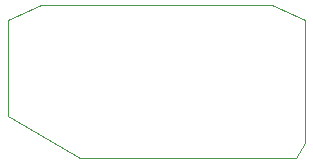
<source format=gbr>
%TF.GenerationSoftware,KiCad,Pcbnew,(6.0.0)*%
%TF.CreationDate,2022-07-25T11:20:30-04:00*%
%TF.ProjectId,dual_model_u,6475616c-5f6d-46f6-9465-6c5f752e6b69,rev?*%
%TF.SameCoordinates,Original*%
%TF.FileFunction,Profile,NP*%
%FSLAX46Y46*%
G04 Gerber Fmt 4.6, Leading zero omitted, Abs format (unit mm)*
G04 Created by KiCad (PCBNEW (6.0.0)) date 2022-07-25 11:20:30*
%MOMM*%
%LPD*%
G01*
G04 APERTURE LIST*
%TA.AperFunction,Profile*%
%ADD10C,0.100000*%
%TD*%
G04 APERTURE END LIST*
D10*
X150622000Y-116840000D02*
X144526000Y-113284000D01*
X147320000Y-103886000D02*
X144526000Y-105156000D01*
X150622000Y-116840000D02*
X168910000Y-116840000D01*
X166878000Y-103886000D02*
X147320000Y-103886000D01*
X169672000Y-115570000D02*
X169672000Y-105156000D01*
X169672000Y-115570000D02*
X168910000Y-116840000D01*
X166878000Y-103886000D02*
X169672000Y-105156000D01*
X144526000Y-105156000D02*
X144526000Y-113284000D01*
M02*

</source>
